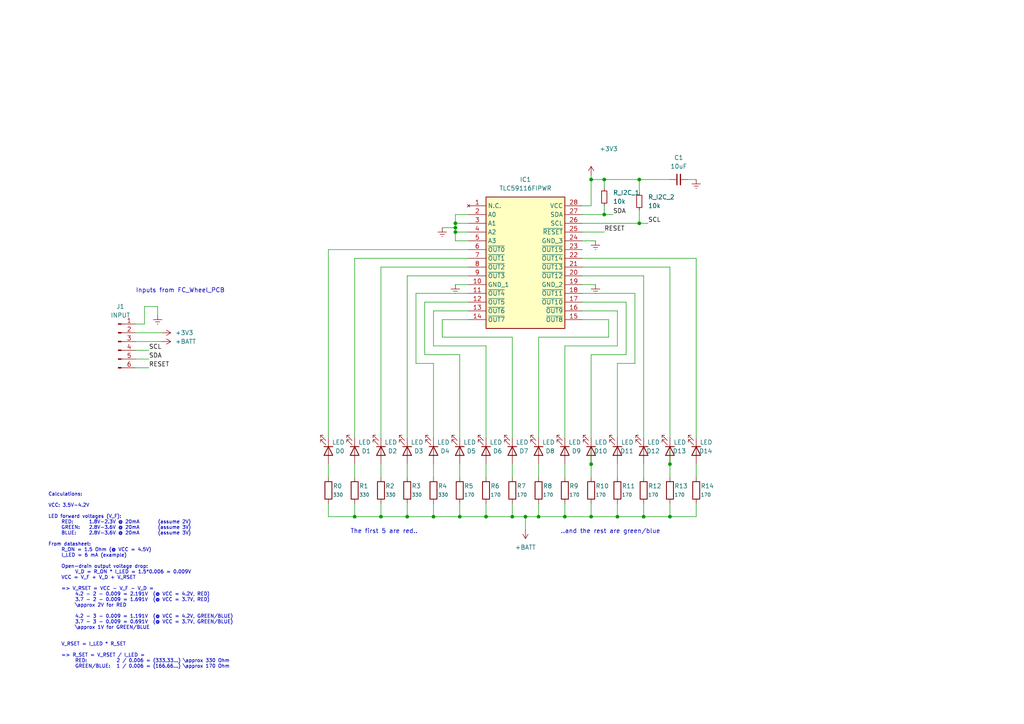
<source format=kicad_sch>
(kicad_sch (version 20230121) (generator eeschema)
  (paper "A4")
  (lib_symbols
    (symbol "Connector:Conn_01x06_Pin" (pin_names (offset 1.016) hide)
      (property "Reference" "J" (at 0 7.62 0))
      (property "Value" "Conn_01x06_Pin" (at 0 -10.16 0))
      (symbol "Conn_01x06_Pin_1_1"
        (polyline (pts (xy 1.27 -7.62) (xy 0.8636 -7.62)) (stroke (width 0.1524)))
        (polyline (pts (xy 1.27 -5.08) (xy 0.8636 -5.08)) (stroke (width 0.1524)))
        (polyline (pts (xy 1.27 -2.54) (xy 0.8636 -2.54)) (stroke (width 0.1524)))
        (polyline (pts (xy 1.27 0) (xy 0.8636 0)) (stroke (width 0.1524)))
        (polyline (pts (xy 1.27 2.54) (xy 0.8636 2.54)) (stroke (width 0.1524)))
        (polyline (pts (xy 1.27 5.08) (xy 0.8636 5.08)) (stroke (width 0.1524)))
        (rectangle (start 0.8636 -7.493) (end 0 -7.747) (stroke (width 0.1524)) (fill (type outline)))
        (rectangle (start 0.8636 -4.953) (end 0 -5.207) (stroke (width 0.1524)) (fill (type outline)))
        (rectangle (start 0.8636 -2.413) (end 0 -2.667) (stroke (width 0.1524)) (fill (type outline)))
        (rectangle (start 0.8636 0.127) (end 0 -0.127) (stroke (width 0.1524)) (fill (type outline)))
        (rectangle (start 0.8636 2.667) (end 0 2.413) (stroke (width 0.1524)) (fill (type outline)))
        (rectangle (start 0.8636 5.207) (end 0 4.953) (stroke (width 0.1524)) (fill (type outline)))
        (pin passive line (at 5.08 5.08 180) (length 3.81) (name "Pin_1") (number "1"))
        (pin passive line (at 5.08 2.54 180) (length 3.81) (name "Pin_2") (number "2"))
        (pin passive line (at 5.08 0 180) (length 3.81) (name "Pin_3") (number "3"))
        (pin passive line (at 5.08 -2.54 180) (length 3.81) (name "Pin_4") (number "4"))
        (pin passive line (at 5.08 -5.08 180) (length 3.81) (name "Pin_5") (number "5"))
        (pin passive line (at 5.08 -7.62 180) (length 3.81) (name "Pin_6") (number "6"))
      )
    )
    (symbol "Device:C_Small" (pin_numbers hide) (pin_names (offset 0.254) hide)
      (property "Reference" "C" (at 0.254 1.778 0))
      (property "Value" "C_Small" (at 0.254 -2.032 0))
      (symbol "C_Small_0_1"
        (polyline (pts (xy -1.524 -0.508) (xy 1.524 -0.508)) (stroke (width 0.3302)))
        (polyline (pts (xy -1.524 0.508) (xy 1.524 0.508)) (stroke (width 0.3048)))
      )
      (symbol "C_Small_1_1"
        (pin passive line (at 0 2.54 270) (length 2.032) (name "~") (number "1"))
        (pin passive line (at 0 -2.54 90) (length 2.032) (name "~") (number "2"))
      )
    )
    (symbol "Device:LED" (pin_numbers hide) (pin_names (offset 1.016) hide)
      (property "Reference" "D" (at 0 2.54 0))
      (property "Value" "LED" (at 0 -2.54 0))
      (symbol "LED_0_1"
        (polyline (pts (xy -1.27 -1.27) (xy -1.27 1.27)) (stroke (width 0.254)))
        (polyline (pts (xy -1.27 0) (xy 1.27 0)))
        (polyline (pts (xy 1.27 -1.27) (xy 1.27 1.27) (xy -1.27 0) (xy 1.27 -1.27)) (stroke (width 0.254)))
        (polyline (pts (xy -3.048 -0.762) (xy -4.572 -2.286) (xy -3.81 -2.286) (xy -4.572 -2.286) (xy -4.572 -1.524)))
        (polyline (pts (xy -1.778 -0.762) (xy -3.302 -2.286) (xy -2.54 -2.286) (xy -3.302 -2.286) (xy -3.302 -1.524)))
      )
      (symbol "LED_1_1"
        (pin passive line (at -3.81 0 0) (length 2.54) (name "K") (number "1"))
        (pin passive line (at 3.81 0 180) (length 2.54) (name "A") (number "2"))
      )
    )
    (symbol "Device:R" (pin_numbers hide) (pin_names (offset 0))
      (property "Reference" "R" (at 2.032 0 90))
      (property "Value" "R" (at 0 0 90))
      (symbol "R_0_1"
        (rectangle (start -1.016 -2.54) (end 1.016 2.54) (stroke (width 0.254)))
      )
      (symbol "R_1_1"
        (pin passive line (at 0 3.81 270) (length 1.27) (name "~") (number "1"))
        (pin passive line (at 0 -3.81 90) (length 1.27) (name "~") (number "2"))
      )
    )
    (symbol "Device:R_Small" (pin_numbers hide) (pin_names (offset 0.254) hide)
      (property "Reference" "R" (at 0.762 0.508 0))
      (property "Value" "R_Small" (at 0.762 -1.016 0))
      (symbol "R_Small_0_1"
        (rectangle (start -0.762 1.778) (end 0.762 -1.778) (stroke (width 0.2032)))
      )
      (symbol "R_Small_1_1"
        (pin passive line (at 0 2.54 270) (length 0.762) (name "~") (number "1"))
        (pin passive line (at 0 -2.54 90) (length 0.762) (name "~") (number "2"))
      )
    )
    (symbol "TLC59116FIPWR:TLC59116FIPWR"
      (property "Reference" "IC" (at 29.21 7.62 0))
      (property "Value" "TLC59116FIPWR" (at 29.21 5.08 0))
      (symbol "TLC59116FIPWR_1_1"
        (rectangle (start 5.08 2.54) (end 27.94 -35.56) (stroke (width 0.254)) (fill (type background)))
        (pin no_connect line (at 0 0 0) (length 5.08) (name "N.C.") (number "1"))
        (pin passive line (at 0 -22.86 0) (length 5.08) (name "GND_1") (number "10"))
        (pin passive line (at 0 -25.4 0) (length 5.08) (name "~{OUT4}") (number "11"))
        (pin passive line (at 0 -27.94 0) (length 5.08) (name "~{OUT5}") (number "12"))
        (pin passive line (at 0 -30.48 0) (length 5.08) (name "~{OUT6}") (number "13"))
        (pin passive line (at 0 -33.02 0) (length 5.08) (name "~{OUT7}") (number "14"))
        (pin passive line (at 33.02 -33.02 180) (length 5.08) (name "~{OUT8}") (number "15"))
        (pin passive line (at 33.02 -30.48 180) (length 5.08) (name "~{OUT9}") (number "16"))
        (pin passive line (at 33.02 -27.94 180) (length 5.08) (name "~{OUT10}") (number "17"))
        (pin passive line (at 33.02 -25.4 180) (length 5.08) (name "~{OUT11}") (number "18"))
        (pin passive line (at 33.02 -22.86 180) (length 5.08) (name "GND_2") (number "19"))
        (pin passive line (at 0 -2.54 0) (length 5.08) (name "A0") (number "2"))
        (pin passive line (at 33.02 -20.32 180) (length 5.08) (name "~{OUT12}") (number "20"))
        (pin passive line (at 33.02 -17.78 180) (length 5.08) (name "~{OUT13}") (number "21"))
        (pin passive line (at 33.02 -15.24 180) (length 5.08) (name "~{OUT14}") (number "22"))
        (pin passive line (at 33.02 -12.7 180) (length 5.08) (name "~{OUT15}") (number "23"))
        (pin passive line (at 33.02 -10.16 180) (length 5.08) (name "GND_3") (number "24"))
        (pin passive line (at 33.02 -7.62 180) (length 5.08) (name "~{RESET}") (number "25"))
        (pin passive line (at 33.02 -5.08 180) (length 5.08) (name "SCL") (number "26"))
        (pin passive line (at 33.02 -2.54 180) (length 5.08) (name "SDA") (number "27"))
        (pin passive line (at 33.02 0 180) (length 5.08) (name "VCC") (number "28"))
        (pin passive line (at 0 -5.08 0) (length 5.08) (name "A1") (number "3"))
        (pin passive line (at 0 -7.62 0) (length 5.08) (name "A2") (number "4"))
        (pin passive line (at 0 -10.16 0) (length 5.08) (name "A3") (number "5"))
        (pin passive line (at 0 -12.7 0) (length 5.08) (name "~{OUT0}") (number "6"))
        (pin passive line (at 0 -15.24 0) (length 5.08) (name "~{OUT1}") (number "7"))
        (pin passive line (at 0 -17.78 0) (length 5.08) (name "~{OUT2}") (number "8"))
        (pin passive line (at 0 -20.32 0) (length 5.08) (name "~{OUT3}") (number "9"))
      )
    )
    (symbol "power:+3V3" (power) (pin_names (offset 0))
      (property "Value" "+3V3" (at 0 3.556 0))
      (symbol "+3V3_0_1"
        (polyline (pts (xy -0.762 1.27) (xy 0 2.54)))
        (polyline (pts (xy 0 0) (xy 0 2.54)))
        (polyline (pts (xy 0 2.54) (xy 0.762 1.27)))
      )
      (symbol "+3V3_1_1"
        (pin power_in line (at 0 0 90) (length 0) hide (name "+3V3") (number "1"))
      )
    )
    (symbol "power:+BATT" (power) (pin_names (offset 0))
      (property "Value" "+BATT" (at 0 3.556 0))
      (symbol "+BATT_0_1"
        (polyline (pts (xy -0.762 1.27) (xy 0 2.54)))
        (polyline (pts (xy 0 0) (xy 0 2.54)))
        (polyline (pts (xy 0 2.54) (xy 0.762 1.27)))
      )
      (symbol "+BATT_1_1"
        (pin power_in line (at 0 0 90) (length 0) hide (name "+BATT") (number "1"))
      )
    )
    (symbol "power:Earth" (power) (pin_names (offset 0))
      (symbol "Earth_0_1"
        (polyline (pts (xy -0.635 -1.905) (xy 0.635 -1.905)))
        (polyline (pts (xy -0.127 -2.54) (xy 0.127 -2.54)))
        (polyline (pts (xy 0 -1.27) (xy 0 0)))
        (polyline (pts (xy 1.27 -1.27) (xy -1.27 -1.27)))
      )
      (symbol "Earth_1_1"
        (pin power_in line (at 0 0 270) (length 0) hide (name "Earth") (number "1"))
      )
    )
  )
  (junction (at 186.69 149.86))
  (junction (at 171.45 134.62))
  (junction (at 175.26 52.07))
  (junction (at 171.45 52.07))
  (junction (at 194.31 134.62))
  (junction (at 156.21 149.86))
  (junction (at 171.45 149.86))
  (junction (at 175.26 62.23))
  (junction (at 185.42 52.07))
  (junction (at 132.08 67.31))
  (junction (at 132.08 64.77))
  (junction (at 152.4 149.86))
  (junction (at 194.31 149.86))
  (junction (at 185.42 64.77))
  (junction (at 140.97 149.86))
  (junction (at 179.07 149.86))
  (junction (at 133.35 149.86))
  (junction (at 118.11 149.86))
  (junction (at 125.73 149.86))
  (junction (at 132.08 66.04))
  (junction (at 163.83 149.86))
  (junction (at 102.87 149.86))
  (junction (at 110.49 149.86))
  (junction (at 148.59 149.86))
  (wire (pts (xy 41.91 88.9) (xy 45.72 88.9)))
  (wire (pts (xy 118.11 149.86) (xy 110.49 149.86)))
  (wire (pts (xy 171.45 146.05) (xy 171.45 149.86)))
  (wire (pts (xy 128.27 92.71) (xy 135.89 92.71)))
  (wire (pts (xy 185.42 52.07) (xy 185.42 55.88)))
  (wire (pts (xy 201.93 74.93) (xy 201.93 127)))
  (wire (pts (xy 186.69 149.86) (xy 179.07 149.86)))
  (wire (pts (xy 175.26 52.07) (xy 185.42 52.07)))
  (wire (pts (xy 132.08 69.85) (xy 132.08 67.31)))
  (wire (pts (xy 171.45 50.8) (xy 171.45 52.07)))
  (wire (pts (xy 163.83 100.33) (xy 163.83 127)))
  (wire (pts (xy 133.35 134.62) (xy 133.35 138.43)))
  (wire (pts (xy 135.89 87.63) (xy 123.19 87.63)))
  (wire (pts (xy 175.26 62.23) (xy 177.8 62.23)))
  (wire (pts (xy 41.91 93.98) (xy 41.91 88.9)))
  (wire (pts (xy 186.69 134.62) (xy 186.69 138.43)))
  (wire (pts (xy 132.08 67.31) (xy 135.89 67.31)))
  (wire (pts (xy 39.37 96.52) (xy 46.99 96.52)))
  (wire (pts (xy 132.08 82.55) (xy 135.89 82.55)))
  (wire (pts (xy 176.53 92.71) (xy 176.53 97.79)))
  (wire (pts (xy 45.72 88.9) (xy 45.72 91.44)))
  (wire (pts (xy 128.27 92.71) (xy 128.27 97.79)))
  (wire (pts (xy 135.89 62.23) (xy 132.08 62.23)))
  (wire (pts (xy 179.07 100.33) (xy 163.83 100.33)))
  (wire (pts (xy 156.21 134.62) (xy 156.21 138.43)))
  (wire (pts (xy 171.45 134.62) (xy 171.45 138.43)))
  (wire (pts (xy 194.31 149.86) (xy 186.69 149.86)))
  (wire (pts (xy 135.89 90.17) (xy 125.73 90.17)))
  (wire (pts (xy 179.07 134.62) (xy 179.07 138.43)))
  (wire (pts (xy 168.91 74.93) (xy 201.93 74.93)))
  (wire (pts (xy 43.18 104.14) (xy 39.37 104.14)))
  (wire (pts (xy 95.25 127) (xy 95.25 72.39)))
  (wire (pts (xy 95.25 138.43) (xy 95.25 134.62)))
  (wire (pts (xy 102.87 149.86) (xy 95.25 149.86)))
  (wire (pts (xy 125.73 100.33) (xy 140.97 100.33)))
  (wire (pts (xy 185.42 60.96) (xy 185.42 64.77)))
  (wire (pts (xy 171.45 102.87) (xy 171.45 127)))
  (wire (pts (xy 175.26 59.69) (xy 175.26 62.23)))
  (wire (pts (xy 39.37 93.98) (xy 41.91 93.98)))
  (wire (pts (xy 125.73 149.86) (xy 118.11 149.86)))
  (wire (pts (xy 133.35 146.05) (xy 133.35 149.86)))
  (wire (pts (xy 171.45 52.07) (xy 171.45 59.69)))
  (wire (pts (xy 199.39 52.07) (xy 201.93 52.07)))
  (wire (pts (xy 110.49 134.62) (xy 110.49 138.43)))
  (wire (pts (xy 102.87 127) (xy 102.87 74.93)))
  (wire (pts (xy 132.08 66.04) (xy 128.27 66.04)))
  (wire (pts (xy 133.35 102.87) (xy 133.35 127)))
  (wire (pts (xy 156.21 149.86) (xy 152.4 149.86)))
  (wire (pts (xy 171.45 59.69) (xy 168.91 59.69)))
  (wire (pts (xy 168.91 69.85) (xy 172.72 69.85)))
  (wire (pts (xy 163.83 134.62) (xy 163.83 138.43)))
  (wire (pts (xy 156.21 97.79) (xy 156.21 127)))
  (wire (pts (xy 120.65 105.41) (xy 125.73 105.41)))
  (wire (pts (xy 168.91 87.63) (xy 181.61 87.63)))
  (wire (pts (xy 168.91 62.23) (xy 175.26 62.23)))
  (wire (pts (xy 168.91 67.31) (xy 175.26 67.31)))
  (wire (pts (xy 168.91 82.55) (xy 172.72 82.55)))
  (wire (pts (xy 184.15 85.09) (xy 184.15 105.41)))
  (wire (pts (xy 135.89 85.09) (xy 120.65 85.09)))
  (wire (pts (xy 140.97 134.62) (xy 140.97 138.43)))
  (wire (pts (xy 140.97 100.33) (xy 140.97 127)))
  (wire (pts (xy 163.83 149.86) (xy 156.21 149.86)))
  (wire (pts (xy 110.49 149.86) (xy 102.87 149.86)))
  (wire (pts (xy 148.59 134.62) (xy 148.59 138.43)))
  (wire (pts (xy 123.19 87.63) (xy 123.19 102.87)))
  (wire (pts (xy 123.19 102.87) (xy 133.35 102.87)))
  (wire (pts (xy 171.45 130.81) (xy 171.45 134.62)))
  (wire (pts (xy 102.87 146.05) (xy 102.87 149.86)))
  (wire (pts (xy 148.59 149.86) (xy 140.97 149.86)))
  (wire (pts (xy 176.53 92.71) (xy 168.91 92.71)))
  (wire (pts (xy 186.69 80.01) (xy 186.69 127)))
  (wire (pts (xy 168.91 90.17) (xy 179.07 90.17)))
  (wire (pts (xy 179.07 90.17) (xy 179.07 100.33)))
  (wire (pts (xy 175.26 52.07) (xy 175.26 54.61)))
  (wire (pts (xy 39.37 106.68) (xy 43.18 106.68)))
  (wire (pts (xy 102.87 74.93) (xy 135.89 74.93)))
  (wire (pts (xy 152.4 149.86) (xy 152.4 153.67)))
  (wire (pts (xy 194.31 134.62) (xy 194.31 138.43)))
  (wire (pts (xy 184.15 105.41) (xy 179.07 105.41)))
  (wire (pts (xy 185.42 64.77) (xy 187.96 64.77)))
  (wire (pts (xy 181.61 87.63) (xy 181.61 102.87)))
  (wire (pts (xy 176.53 97.79) (xy 156.21 97.79)))
  (wire (pts (xy 125.73 105.41) (xy 125.73 127)))
  (wire (pts (xy 168.91 64.77) (xy 185.42 64.77)))
  (wire (pts (xy 148.59 146.05) (xy 148.59 149.86)))
  (wire (pts (xy 171.45 52.07) (xy 175.26 52.07)))
  (wire (pts (xy 140.97 149.86) (xy 133.35 149.86)))
  (wire (pts (xy 110.49 146.05) (xy 110.49 149.86)))
  (wire (pts (xy 168.91 85.09) (xy 184.15 85.09)))
  (wire (pts (xy 110.49 127) (xy 110.49 77.47)))
  (wire (pts (xy 194.31 146.05) (xy 194.31 149.86)))
  (wire (pts (xy 110.49 77.47) (xy 135.89 77.47)))
  (wire (pts (xy 140.97 146.05) (xy 140.97 149.86)))
  (wire (pts (xy 39.37 101.6) (xy 43.18 101.6)))
  (wire (pts (xy 181.61 102.87) (xy 171.45 102.87)))
  (wire (pts (xy 118.11 134.62) (xy 118.11 138.43)))
  (wire (pts (xy 171.45 149.86) (xy 163.83 149.86)))
  (wire (pts (xy 125.73 134.62) (xy 125.73 138.43)))
  (wire (pts (xy 194.31 77.47) (xy 194.31 127)))
  (wire (pts (xy 118.11 127) (xy 118.11 80.01)))
  (wire (pts (xy 179.07 149.86) (xy 171.45 149.86)))
  (wire (pts (xy 152.4 149.86) (xy 148.59 149.86)))
  (wire (pts (xy 128.27 97.79) (xy 148.59 97.79)))
  (wire (pts (xy 95.25 72.39) (xy 135.89 72.39)))
  (wire (pts (xy 132.08 64.77) (xy 135.89 64.77)))
  (wire (pts (xy 186.69 146.05) (xy 186.69 149.86)))
  (wire (pts (xy 179.07 105.41) (xy 179.07 127)))
  (wire (pts (xy 132.08 67.31) (xy 132.08 66.04)))
  (wire (pts (xy 132.08 62.23) (xy 132.08 64.77)))
  (wire (pts (xy 135.89 69.85) (xy 132.08 69.85)))
  (wire (pts (xy 39.37 99.06) (xy 46.99 99.06)))
  (wire (pts (xy 118.11 146.05) (xy 118.11 149.86)))
  (wire (pts (xy 118.11 80.01) (xy 135.89 80.01)))
  (wire (pts (xy 148.59 97.79) (xy 148.59 127)))
  (wire (pts (xy 132.08 64.77) (xy 132.08 66.04)))
  (wire (pts (xy 163.83 146.05) (xy 163.83 149.86)))
  (wire (pts (xy 179.07 146.05) (xy 179.07 149.86)))
  (wire (pts (xy 201.93 149.86) (xy 194.31 149.86)))
  (wire (pts (xy 201.93 146.05) (xy 201.93 149.86)))
  (wire (pts (xy 125.73 146.05) (xy 125.73 149.86)))
  (wire (pts (xy 102.87 134.62) (xy 102.87 138.43)))
  (wire (pts (xy 133.35 149.86) (xy 125.73 149.86)))
  (wire (pts (xy 120.65 85.09) (xy 120.65 105.41)))
  (wire (pts (xy 125.73 90.17) (xy 125.73 100.33)))
  (wire (pts (xy 185.42 52.07) (xy 194.31 52.07)))
  (wire (pts (xy 201.93 138.43) (xy 201.93 134.62)))
  (wire (pts (xy 156.21 146.05) (xy 156.21 149.86)))
  (wire (pts (xy 194.31 130.81) (xy 194.31 134.62)))
  (wire (pts (xy 95.25 149.86) (xy 95.25 146.05)))
  (wire (pts (xy 168.91 77.47) (xy 194.31 77.47)))
  (wire (pts (xy 168.91 80.01) (xy 186.69 80.01)))
  (text "The first 5 are red.." (at 101.6 154.94 0) (effects (font (size 1.27 1.27)) (justify left bottom)))
  (text "Inputs from FC_Wheel_PCB\n" (at 39.37 85.09 0) (effects (font (size 1.27 1.27)) (justify left bottom)))
  (text "..and the rest are green/blue" (at 162.56 154.94 0) (effects (font (size 1.27 1.27)) (justify left bottom)))
  (text "Calculations:\n\nVCC: 3.5V-4.2V\n\nLED forward voltages (V_F):\n	RED: 	1.8V-2.3V @ 20mA	(assume 2V)\n	GREEN: 	2.8V-3.6V @ 20mA	(assume 3V)\n	BLUE: 	2.8V-3.6V @ 20mA	(assume 3V)\n\nFrom datasheet:\n	R_ON = 1.5 Ohm (@ VCC = 4.5V)\n	I_LED = 6 mA (example)\n\n	Open-drain output voltage drop:\n		V_D = R_ON * I_LED = 1.5*0.006 = 0.009V\n	VCC = V_F + V_D + V_RSET\n	\n	=> V_RSET = VCC - V_F - V_D = \n		4.2 - 2 - 0.009 = 2.191V  (@ VCC = 4.2V, RED)\n		3.7 - 2 - 0.009 = 1.691V  (@ VCC = 3.7V, RED)\n		\\approx 2V for RED\n\n		4.2 - 3 - 0.009 = 1.191V  (@ VCC = 4.2V, GREEN/BLUE)\n		3.7 - 3 - 0.009 = 0.691V  (@ VCC = 3.7V, GREEN/BLUE)\n		\\approx 1V for GREEN/BLUE\n\n		\n	V_RSET = I_LED * R_SET\n\n	=> R_SET = V_RSET / I_LED =\n		RED: 		2 / 0.006 = (333.33...) \\approx 330 Ohm\n		GREEN/BLUE:	1 / 0.006 = (166.66...) \\approx 170 Ohm\n		" (at 13.97 195.58 0) (effects (font (size 1 1)) (justify left bottom)))
  (label "SDA" (at 43.18 104.14 0))
  (label "RESET" (at 43.18 106.68 0))
  (label "RESET" (at 175.26 67.31 0))
  (label "SCL" (at 43.18 101.6 0))
  (label "SCL" (at 187.96 64.77 0))
  (label "SDA" (at 177.8 62.23 0))
  (symbol (lib_id "power:+3V3") (at 171.45 50.8 0) (unit 1)
    (property "Reference" "#PWR09" (effects hide))
    (property "Value" "+3V3" (at 176.53 43.18 0))
  )
  (symbol (lib_id "Device:R") (at 125.73 142.24 0) (unit 1)
    (property "Reference" "R4" (at 127 140.97 0) (effects (justify left)))
    (property "Value" "330" (at 127 143.51 0) (effects (font (size 1 1)) (justify left)))
    (property "Footprint" "Resistor_SMD:R_0805_2012Metric_Pad1.20x1.40mm_HandSolder" (effects hide))
  )
  (symbol (lib_id "Device:R") (at 148.59 142.24 0) (unit 1)
    (property "Reference" "R7" (at 149.86 140.97 0) (effects (justify left)))
    (property "Value" "170" (at 149.86 143.51 0) (effects (font (size 1 1)) (justify left)))
    (property "Footprint" "Resistor_SMD:R_0805_2012Metric_Pad1.20x1.40mm_HandSolder" (effects hide))
  )
  (symbol (lib_id "Device:R") (at 186.69 142.24 0) (unit 1)
    (property "Reference" "R12" (at 187.96 140.97 0) (effects (justify left)))
    (property "Value" "170" (at 187.96 143.51 0) (effects (font (size 1 1)) (justify left)))
    (property "Footprint" "Resistor_SMD:R_0805_2012Metric_Pad1.20x1.40mm_HandSolder" (effects hide))
  )
  (symbol (lib_id "Device:LED") (at 140.97 130.81 270) (unit 1)
    (property "Reference" "D6" (at 145.6768 130.8225 90) (effects (justify right)))
    (property "Value" "LED" (at 145.6768 128.2825 90) (effects (justify right)))
    (property "Footprint" "LED_THT:LED_D5.0mm" (effects hide))
  )
  (symbol (lib_id "Device:R") (at 95.25 142.24 0) (unit 1)
    (property "Reference" "R0" (at 96.52 140.97 0) (effects (justify left)))
    (property "Value" "330" (at 96.52 143.51 0) (effects (font (size 1 1)) (justify left)))
    (property "Footprint" "Resistor_SMD:R_0805_2012Metric_Pad1.20x1.40mm_HandSolder" (effects hide))
  )
  (symbol (lib_id "Device:LED") (at 179.07 130.81 270) (unit 1)
    (property "Reference" "D11" (at 183.7768 130.8225 90) (effects (justify right)))
    (property "Value" "LED" (at 183.7768 128.2825 90) (effects (justify right)))
    (property "Footprint" "LED_THT:LED_D5.0mm" (effects hide))
  )
  (symbol (lib_id "power:+BATT") (at 46.99 99.06 270) (unit 1)
    (property "Reference" "#PWR010" (effects hide))
    (property "Value" "+BATT" (at 50.8 99.06 90) (effects (justify left)))
  )
  (symbol (lib_id "Device:LED") (at 156.21 130.81 270) (unit 1)
    (property "Reference" "D8" (at 160.9168 130.8225 90) (effects (justify right)))
    (property "Value" "LED" (at 160.9168 128.2825 90) (effects (justify right)))
    (property "Footprint" "LED_THT:LED_D5.0mm" (effects hide))
  )
  (symbol (lib_id "Device:LED") (at 163.83 130.81 270) (unit 1)
    (property "Reference" "D9" (at 168.5368 130.8225 90) (effects (justify right)))
    (property "Value" "LED" (at 168.5368 128.2825 90) (effects (justify right)))
    (property "Footprint" "LED_THT:LED_D5.0mm" (effects hide))
  )
  (symbol (lib_id "Device:R") (at 140.97 142.24 0) (unit 1)
    (property "Reference" "R6" (at 142.24 140.97 0) (effects (justify left)))
    (property "Value" "170" (at 142.24 143.51 0) (effects (font (size 1 1)) (justify left)))
    (property "Footprint" "Resistor_SMD:R_0805_2012Metric_Pad1.20x1.40mm_HandSolder" (effects hide))
  )
  (symbol (lib_id "power:Earth") (at 172.72 82.55 0) (unit 1)
    (property "Reference" "#PWR04" (effects hide))
    (property "Value" "Earth" (effects hide))
  )
  (symbol (lib_id "Device:LED") (at 201.93 130.81 270) (unit 1)
    (property "Reference" "D14" (at 206.6368 130.8225 90) (effects (justify right)))
    (property "Value" "LED" (at 206.6368 128.2825 90) (effects (justify right)))
    (property "Footprint" "LED_THT:LED_D5.0mm" (effects hide))
  )
  (symbol (lib_id "power:+3V3") (at 46.99 96.52 270) (unit 1)
    (property "Reference" "#PWR07" (effects hide))
    (property "Value" "+3V3" (at 50.8 96.52 90) (effects (justify left)))
  )
  (symbol (lib_id "Device:LED") (at 171.45 130.81 270) (unit 1)
    (property "Reference" "D10" (at 176.1568 130.8225 90) (effects (justify right)))
    (property "Value" "LED" (at 176.1568 128.2825 90) (effects (justify right)))
    (property "Footprint" "LED_THT:LED_D5.0mm" (effects hide))
  )
  (symbol (lib_id "power:Earth") (at 172.72 69.85 0) (unit 1)
    (property "Reference" "#PWR05" (effects hide))
    (property "Value" "Earth" (effects hide))
  )
  (symbol (lib_id "Device:R") (at 171.45 142.24 0) (unit 1)
    (property "Reference" "R10" (at 172.72 140.97 0) (effects (justify left)))
    (property "Value" "170" (at 172.72 143.51 0) (effects (font (size 1 1)) (justify left)))
    (property "Footprint" "Resistor_SMD:R_0805_2012Metric_Pad1.20x1.40mm_HandSolder" (effects hide))
  )
  (symbol (lib_id "power:+BATT") (at 152.4 153.67 180) (unit 1)
    (property "Reference" "#PWR01" (effects hide))
    (property "Value" "+BATT" (at 152.4 158.75 0))
  )
  (symbol (lib_id "Device:R") (at 118.11 142.24 0) (unit 1)
    (property "Reference" "R3" (at 119.38 140.97 0) (effects (justify left)))
    (property "Value" "330" (at 119.38 143.51 0) (effects (font (size 1 1)) (justify left)))
    (property "Footprint" "Resistor_SMD:R_0805_2012Metric_Pad1.20x1.40mm_HandSolder" (effects hide))
  )
  (symbol (lib_id "Device:LED") (at 125.73 130.81 270) (unit 1)
    (property "Reference" "D4" (at 130.4368 130.8225 90) (effects (justify right)))
    (property "Value" "LED" (at 130.4368 128.2825 90) (effects (justify right)))
    (property "Footprint" "LED_THT:LED_D5.0mm" (effects hide))
  )
  (symbol (lib_id "Device:LED") (at 95.25 130.81 270) (unit 1)
    (property "Reference" "D0" (at 99.9568 130.8225 90) (effects (justify right)))
    (property "Value" "LED" (at 99.9568 128.2825 90) (effects (justify right)))
    (property "Footprint" "LED_THT:LED_D5.0mm" (effects hide))
  )
  (symbol (lib_id "Device:LED") (at 110.49 130.81 270) (unit 1)
    (property "Reference" "D2" (at 115.1968 130.8225 90) (effects (justify right)))
    (property "Value" "LED" (at 115.1968 128.2825 90) (effects (justify right)))
    (property "Footprint" "LED_THT:LED_D5.0mm" (effects hide))
  )
  (symbol (lib_id "Device:LED") (at 118.11 130.81 270) (unit 1)
    (property "Reference" "D3" (at 122.8168 130.8225 90) (effects (justify right)))
    (property "Value" "LED" (at 122.8168 128.2825 90) (effects (justify right)))
    (property "Footprint" "LED_THT:LED_D5.0mm" (effects hide))
  )
  (symbol (lib_id "power:Earth") (at 128.27 66.04 0) (unit 1)
    (property "Reference" "#PWR06" (effects hide))
    (property "Value" "Earth" (effects hide))
  )
  (symbol (lib_id "Device:R") (at 179.07 142.24 0) (unit 1)
    (property "Reference" "R11" (at 180.34 140.97 0) (effects (justify left)))
    (property "Value" "170" (at 180.34 143.51 0) (effects (font (size 1 1)) (justify left)))
    (property "Footprint" "Resistor_SMD:R_0805_2012Metric_Pad1.20x1.40mm_HandSolder" (effects hide))
  )
  (symbol (lib_id "Device:R") (at 133.35 142.24 0) (unit 1)
    (property "Reference" "R5" (at 134.62 140.97 0) (effects (justify left)))
    (property "Value" "170" (at 134.62 143.51 0) (effects (font (size 1 1)) (justify left)))
    (property "Footprint" "Resistor_SMD:R_0805_2012Metric_Pad1.20x1.40mm_HandSolder" (effects hide))
  )
  (symbol (lib_id "Device:R_Small") (at 185.42 58.42 0) (unit 1)
    (property "Reference" "R_I2C_2" (at 187.96 57.15 0) (effects (justify left)))
    (property "Value" "10k" (at 187.96 59.69 0) (effects (justify left)))
    (property "Footprint" "Resistor_SMD:R_0805_2012Metric_Pad1.20x1.40mm_HandSolder" (effects hide))
  )
  (symbol (lib_id "Device:LED") (at 133.35 130.81 270) (unit 1)
    (property "Reference" "D5" (at 138.0568 130.8225 90) (effects (justify right)))
    (property "Value" "LED" (at 138.0568 128.2825 90) (effects (justify right)))
    (property "Footprint" "LED_THT:LED_D5.0mm" (effects hide))
  )
  (symbol (lib_id "TLC59116FIPWR:TLC59116FIPWR") (at 135.89 59.69 0) (unit 1)
    (property "Reference" "IC1" (at 152.4 52.07 0))
    (property "Value" "TLC59116FIPWR" (at 152.4 54.61 0))
    (property "Footprint" "Gustavs_Library:SOP65P640X120-28N" (effects hide))
    (property "Datasheet" "http://www.ti.com/lit/ds/symlink/tlc59116f.pdf" (effects hide))
    (property "Height" "1.2" (effects hide))
    (property "Mouser Part Number" "595-TLC59116FIPWR" (effects hide))
    (property "Mouser Price/Stock" "https://www.mouser.co.uk/ProductDetail/Texas-Instruments/TLC59116FIPWR?qs=IK5e5L0zOXgfkux%252BRdiTBw%3D%3D" (effects hide))
    (property "Manufacturer_Name" "Texas Instruments" (effects hide))
    (property "Manufacturer_Part_Number" "TLC59116FIPWR" (effects hide))
  )
  (symbol (lib_id "Device:R") (at 110.49 142.24 0) (unit 1)
    (property "Reference" "R2" (at 111.76 140.97 0) (effects (justify left)))
    (property "Value" "330" (at 111.76 143.51 0) (effects (font (size 1 1)) (justify left)))
    (property "Footprint" "Resistor_SMD:R_0805_2012Metric_Pad1.20x1.40mm_HandSolder" (effects hide))
  )
  (symbol (lib_id "Device:R") (at 163.83 142.24 0) (unit 1)
    (property "Reference" "R9" (at 165.1 140.97 0) (effects (justify left)))
    (property "Value" "170" (at 165.1 143.51 0) (effects (font (size 1 1)) (justify left)))
    (property "Footprint" "Resistor_SMD:R_0805_2012Metric_Pad1.20x1.40mm_HandSolder" (effects hide))
  )
  (symbol (lib_id "power:Earth") (at 45.72 91.44 0) (unit 1)
    (property "Reference" "#PWR02" (effects hide))
    (property "Value" "Earth" (effects hide))
  )
  (symbol (lib_id "Device:R") (at 201.93 142.24 0) (unit 1)
    (property "Reference" "R14" (at 203.2 140.97 0) (effects (justify left)))
    (property "Value" "170" (at 203.2 143.51 0) (effects (font (size 1 1)) (justify left)))
    (property "Footprint" "Resistor_SMD:R_0805_2012Metric_Pad1.20x1.40mm_HandSolder" (effects hide))
  )
  (symbol (lib_id "power:Earth") (at 132.08 82.55 0) (unit 1)
    (property "Reference" "#PWR03" (effects hide))
    (property "Value" "Earth" (effects hide))
  )
  (symbol (lib_id "Device:C_Small") (at 196.85 52.07 90) (unit 1)
    (property "Reference" "C1" (at 196.8563 45.72 90))
    (property "Value" "10uF" (at 196.8563 48.26 90))
    (property "Footprint" "Capacitor_SMD:C_0805_2012Metric_Pad1.18x1.45mm_HandSolder" (effects hide))
  )
  (symbol (lib_id "Connector:Conn_01x06_Pin") (at 34.29 99.06 0) (unit 1)
    (property "Reference" "J1" (at 34.925 88.9 0))
    (property "Value" "INPUT" (at 34.925 91.44 0))
    (property "Footprint" "Connector_PinHeader_2.54mm:PinHeader_1x06_P2.54mm_Vertical" (effects hide))
  )
  (symbol (lib_id "Device:LED") (at 194.31 130.81 270) (unit 1)
    (property "Reference" "D13" (at 199.0168 130.8225 90) (effects (justify right)))
    (property "Value" "LED" (at 199.0168 128.2825 90) (effects (justify right)))
    (property "Footprint" "LED_THT:LED_D5.0mm" (effects hide))
  )
  (symbol (lib_id "power:Earth") (at 201.93 52.07 0) (unit 1)
    (property "Reference" "#PWR08" (effects hide))
    (property "Value" "Earth" (effects hide))
  )
  (symbol (lib_id "Device:R") (at 156.21 142.24 0) (unit 1)
    (property "Reference" "R8" (at 157.48 140.97 0) (effects (justify left)))
    (property "Value" "170" (at 157.48 143.51 0) (effects (font (size 1 1)) (justify left)))
    (property "Footprint" "Resistor_SMD:R_0805_2012Metric_Pad1.20x1.40mm_HandSolder" (effects hide))
  )
  (symbol (lib_id "Device:R") (at 102.87 142.24 0) (unit 1)
    (property "Reference" "R1" (at 104.14 140.97 0) (effects (justify left)))
    (property "Value" "330" (at 104.14 143.51 0) (effects (font (size 1 1)) (justify left)))
    (property "Footprint" "Resistor_SMD:R_0805_2012Metric_Pad1.20x1.40mm_HandSolder" (effects hide))
  )
  (symbol (lib_id "Device:LED") (at 148.59 130.81 270) (unit 1)
    (property "Reference" "D7" (at 153.2968 130.8225 90) (effects (justify right)))
    (property "Value" "LED" (at 153.2968 128.2825 90) (effects (justify right)))
    (property "Footprint" "LED_THT:LED_D5.0mm" (effects hide))
  )
  (symbol (lib_id "Device:R_Small") (at 175.26 57.15 0) (unit 1)
    (property "Reference" "R_I2C_1" (at 177.8 55.88 0) (effects (justify left)))
    (property "Value" "10k" (at 177.8 58.42 0) (effects (justify left)))
    (property "Footprint" "Resistor_SMD:R_0805_2012Metric_Pad1.20x1.40mm_HandSolder" (effects hide))
  )
  (symbol (lib_id "Device:LED") (at 102.87 130.81 270) (unit 1)
    (property "Reference" "D1" (at 107.5768 130.8225 90) (effects (justify right)))
    (property "Value" "LED" (at 107.5768 128.2825 90) (effects (justify right)))
    (property "Footprint" "LED_THT:LED_D5.0mm" (effects hide))
  )
  (symbol (lib_id "Device:R") (at 194.31 142.24 0) (unit 1)
    (property "Reference" "R13" (at 195.58 140.97 0) (effects (justify left)))
    (property "Value" "170" (at 195.58 143.51 0) (effects (font (size 1 1)) (justify left)))
    (property "Footprint" "Resistor_SMD:R_0805_2012Metric_Pad1.20x1.40mm_HandSolder" (effects hide))
  )
  (symbol (lib_id "Device:LED") (at 186.69 130.81 270) (unit 1)
    (property "Reference" "D12" (at 191.3968 130.8225 90) (effects (justify right)))
    (property "Value" "LED" (at 191.3968 128.2825 90) (effects (justify right)))
    (property "Footprint" "LED_THT:LED_D5.0mm" (effects hide))
  )
)
</source>
